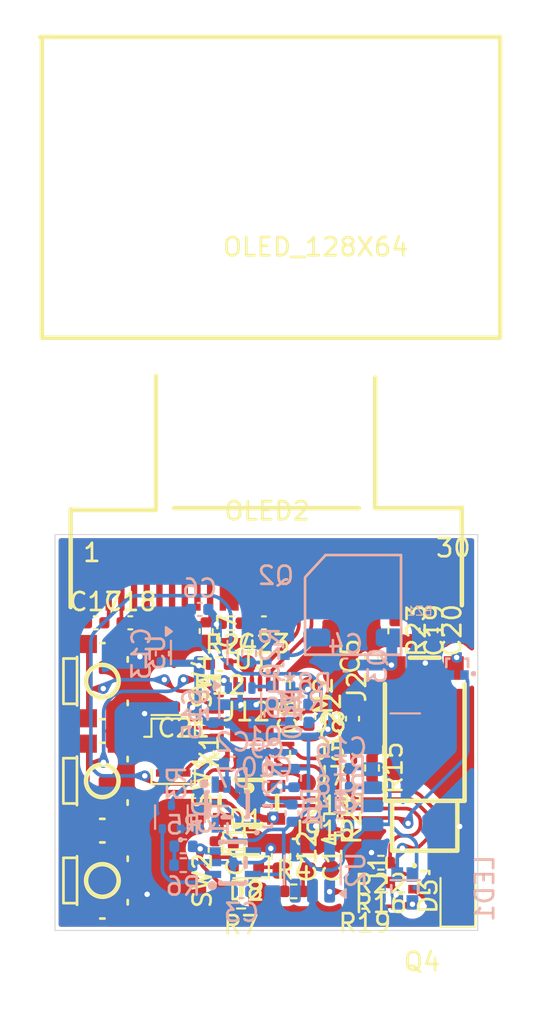
<source format=kicad_pcb>
(kicad_pcb (version 20241229) (generator "pcbnew") (generator_version "9.0")
  (layers (0 "F.Cu" signal) (2 "B.Cu" signal) (13 "F.Paste" user) (15 "B.Paste" user) (5 "F.SilkS" user "F.Silkscreen") (7 "B.SilkS" user "B.Silkscreen") (1 "F.Mask" user) (3 "B.Mask" user) (25 "Edge.Cuts" user))
  (net 0 "")
  (net 1 "VCC")
  (net 2 "GND")
  (net 3 "Net-(C10-Pad1)")
  (net 4 "Net-(C11-Pad1)")
  (net 5 "Net-(D1-K)")
  (net 6 "Net-(D8-K)")
  (net 7 "Net-(C14-Pad2)")
  (net 8 "Net-(D5-Pad2)")
  (net 9 "Net-(D5-Pad1)")
  (net 10 "Net-(Q1-G)")
  (net 11 "Net-(U1-AREF)")
  (net 12 "Net-(D7-+)")
  (net 13 "Net-(J2-Pad1)")
  (net 14 "Net-(Q1-D)")
  (net 15 "Net-(R5-Pad2)")
  (net 16 "Net-(D2-+)")
  (net 17 "Net-(D2--)")
  (net 18 "key_up")
  (net 19 "key_menu")
  (net 20 "key_down")
  (net 22 "count")
  (net 23 "flash")
  (net 24 "sound")
  (net 26 "vibro")
  (net 27 "Net-(U1-XTAL2{slash}PB7)")
  (net 28 "Net-(U1-XTAL1{slash}PB6)")
  (net 32 "mosi")
  (net 35 "miso")
  (net 36 "Net-(OLED2-C2N)")
  (net 37 "Net-(OLED2-C2P)")
  (net 38 "sda")
  (net 39 "scl")
  (net 40 "Net-(OLED2-C1P)")
  (net 41 "Net-(OLED2-C1N)")
  (net 42 "Net-(OLED2-VCOMH)")
  (net 43 "Net-(OLED2-VCC)")
  (net 44 "Net-(OLED2-IREF)")
  (net 46 "+3V0")
  (net 47 "Net-(OLED2-~{RES})")
  (net 48 "Net-(BZ1-+)")
  (net 49 "vbus")
  (net 50 "Net-(D3-A)")
  (net 51 "Net-(D3-K)")
  (net 52 "Net-(J3-CC2)")
  (net 53 "Net-(J3-CC1)")
  (net 54 "sck")
  (net 55 "reset")
  (net 56 "Net-(LED1---Pad4)")
  (net 57 "Net-(LED1---Pad3)")
  (net 58 "Net-(U2-PROG)")
  (net 59 "stat")
  (net 60 "Net-(M2--)")
  (net 61 "Net-(C2-Pad2)")
  (footprint "Resistor_SMD:R_0402_1005Metric" (layer "F.Cu") (at 114.15 62.05 180)
    (property "Reference" "R16")
    (property "Value" "82")
  )
  (footprint "easyeda2kicad:SOT-723-3_L1.2-W0.8-LS1.20-BR" (layer "F.Cu") (at 116.42 62.02 180)
    (property "Reference" "Q4")
    (property "Value" "RUM002N05T2L")
  )
  (footprint "Resistor_SMD:R_0402_1005Metric" (layer "F.Cu") (at 114.149061 60.959473 180)
    (property "Reference" "R22")
    (property "Value" "100k")
  )
  (footprint "lib:ConnMini" (layer "F.Cu") (at 106.77661 49.996834)
    (property "Reference" "J12")
    (property "Value" "reset")
  )
  (footprint "Resistor_SMD:R_0402_1005Metric" (layer "F.Cu") (at 114.939061 48.149473 -90)
    (property "Reference" "R23")
    (property "Value" "560k")
  )
  (footprint "lib:ConnMini" (layer "F.Cu") (at 110.18 51.2 90)
    (property "Reference" "J2")
    (property "Value" "SiPM(-)")
  )
  (footprint "lib:ConnMini" (layer "F.Cu") (at 111.459061 56.549473)
    (property "Reference" "J10")
    (property "Value" "miso")
  )
  (footprint "lib:ConnMini" (layer "F.Cu") (at 111.45 50.6)
    (property "Reference" "J8")
    (property "Value" "-BAT")
  )
  (footprint "Diode_SMD:D_SOD-523" (layer "F.Cu") (at 106.699061 61.209473 180)
    (property "Reference" "D8")
    (property "Value" "BAS516")
  )
  (footprint "easyeda2kicad:SW-SMD_KMS2XXGXXX" (layer "F.Cu") (at 99.129061 61.939473 -90)
    (property "Reference" "SW2")
    (property "Value" "KMS231GLFS")
  )
  (footprint "Capacitor_SMD:C_0402_1005Metric" (layer "F.Cu") (at 115.929061 48.139473 -90)
    (property "Reference" "C19")
    (property "Value" "4.7u")
  )
  (footprint "Capacitor_SMD:C_0402_1005Metric" (layer "F.Cu") (at 112.58 53.01 90)
    (property "Reference" "C22")
    (property "Value" "22u")
  )
  (footprint "easyeda2kicad:XFMR-SMD_ATB322515-0110-T000" (layer "F.Cu") (at 106.869061 57.629473 180)
    (property "Reference" "T2")
    (property "Value" "ATB322515-0110-T000")
  )
  (footprint "Resistor_SMD:R_0805_2012Metric" (layer "F.Cu") (at 106.429833 62.749473 180)
    (property "Reference" "R7")
    (property "Value" "5G")
  )
  (footprint "lib:ConnMini" (layer "F.Cu") (at 111.42 52.15)
    (property "Reference" "J5")
    (property "Value" "Conn")
  )
  (footprint "Diode_SMD:D_0805_2012Metric" (layer "F.Cu") (at 118.4 62.8 90)
    (property "Reference" "D3")
    (property "Value" "LED")
  )
  (footprint "Package_DFN_QFN:QFN-28-1EP_4x4mm_P0.45mm_EP2.4x2.4mm" (layer "F.Cu") (at 107.024061 53.059473)
    (property "Reference" "U1")
    (property "Value" "ATmega328P-MM")
  )
  (footprint "Resistor_SMD:R_0402_1005Metric" (layer "F.Cu") (at 111.379061 58.5 -90)
    (property "Reference" "R21")
    (property "Value" "100k")
  )
  (footprint "Crystal:Resonator_SMD_Murata_CSTxExxV-3Pin_3.0x1.1mm" (layer "F.Cu") (at 102.68 54.81 -90)
    (property "Reference" "X1")
    (property "Value" "CSTCE16M0V53-R0")
  )
  (footprint "lib:ConnMini" (layer "F.Cu") (at 111.364146 61.302166 90)
    (property "Reference" "J1")
    (property "Value" "SiPM(+)")
  )
  (footprint "easyeda2kicad:SW-SMD_KMS2XXGXXX" (layer "F.Cu") (at 99.124061 56.439473 -90)
    (property "Reference" "SW1")
    (property "Value" "KMS231GLFS")
  )
  (footprint "Capacitor_SMD:C_0402_1005Metric" (layer "F.Cu") (at 100.309061 47.719473)
    (property "Reference" "C18")
    (property "Value" "1u")
  )
  (footprint "lib:ConnMini" (layer "F.Cu") (at 111.459061 55.159473)
    (property "Reference" "J11")
    (property "Value" "sclk")
  )
  (footprint "Resistor_SMD:R_0402_1005Metric" (layer "F.Cu") (at 113.659061 55.729473 -90)
    (property "Reference" "R15")
    (property "Value" "51")
  )
  (footprint "Capacitor_SMD:C_0603_1608Metric" (layer "F.Cu") (at 110.069061 60.614473 -90)
    (property "Reference" "C14")
    (property "Value" "2.2u")
  )
  (footprint "easyeda2kicad:SW-SMD_KMS2XXGXXX" (layer "F.Cu") (at 99.129061 50.939473 -90)
    (property "Reference" "SW4")
    (property "Value" "KMS231GLFS")
  )
  (footprint "Resistor_SMD:R_0402_1005Metric" (layer "F.Cu") (at 109.339061 62.539473)
    (property "Reference" "R4")
    (property "Value" "4.7k")
  )
  (footprint "easyeda2kicad:VIBRATING-MOTOR-SMD_3P-C9900001680" (layer "F.Cu") (at 116.569061 51.744473 90)
    (property "Reference" "M2")
    (property "Value" "Z3OC1T8219731")
  )
  (footprint "Resistor_SMD:R_0402_1005Metric" (layer "F.Cu") (at 113.265435 63.119473 180)
    (property "Reference" "R19")
    (property "Value" "220")
  )
  (footprint "Resistor_SMD:R_0402_1005Metric" (layer "F.Cu") (at 105.88166 47.741768 180)
    (property "Reference" "R24")
    (property "Value" "51k")
  )
  (footprint "Capacitor_SMD:C_0603_1608Metric" (layer "F.Cu") (at 108.639061 60.614473 -90)
    (property "Reference" "C12")
    (property "Value" "2.2u")
  )
  (footprint "Resistor_SMD:R_0402_1005Metric" (layer "F.Cu") (at 105.227301 49.996054 180)
    (property "Reference" "R12")
    (property "Value" "10k")
  )
  (footprint "Capacitor_SMD:C_0402_1005Metric" (layer "F.Cu") (at 110.17 52.92 90)
    (property "Reference" "C8")
    (property "Value" "100n")
  )
  (footprint "Capacitor_SMD:C_0402_1005Metric" (layer "F.Cu") (at 104.999061 60.259473 -90)
    (property "Reference" "C11")
    (property "Value" "680n")
  )
  (footprint "Capacitor_SMD:C_0402_1005Metric" (layer "F.Cu") (at 107.688134 47.72542 180)
    (property "Reference" "C23")
    (property "Value" "10n")
  )
  (footprint "lib:ConnMini" (layer "F.Cu") (at 110.059061 56.549473)
    (property "Reference" "J9")
    (property "Value" "mosi")
  )
  (footprint "Capacitor_SMD:C_0402_1005Metric" (layer "F.Cu") (at 116.919061 48.139473 -90)
    (property "Reference" "C20")
    (property "Value" "2.2u")
  )
  (footprint "Capacitor_SMD:C_0402_1005Metric" (layer "F.Cu") (at 104.500238 48.174995 -90)
    (property "Reference" "C7")
    (property "Value" "22u")
  )
  (footprint "Capacitor_SMD:C_0402_1005Metric" (layer "F.Cu") (at 113.63 49.57 90)
    (property "Reference" "C5")
    (property "Value" "22u")
  )
  (footprint "Capacitor_SMD:C_0402_1005Metric" (layer "F.Cu") (at 103.26 52.37 180)
    (property "Reference" "C21")
    (property "Value" "22u")
  )
  (footprint "Capacitor_SMD:C_0402_1005Metric" (layer "F.Cu") (at 98.399061 47.719473)
    (property "Reference" "C17")
    (property "Value" "1u")
  )
  (footprint "Diode_SMD:D_SOD-523" (layer "F.Cu") (at 106.699061 59.879473)
    (property "Reference" "D1")
    (property "Value" "BAS516")
  )
  (footprint "easyeda2kicad:OLED_0.96-30P-P0.70-12864" (layer "F.Cu") (at 107.869061 45.549473)
    (property "Reference" "OLED2")
    (property "Value" "N096-2864KSWEG01-H30")
  )
  (footprint "lib:ConnMini" (layer "F.Cu") (at 111.42 53.54)
    (property "Reference" "J7")
    (property "Value" "+BAT")
  )
  (footprint "Capacitor_SMD:C_0402_1005Metric" (layer "B.Cu") (at 107.856307 56.857939 180)
    (property "Reference" "C10")
    (property "Value" "22u")
  )
  (footprint "Resistor_SMD:R_0402_1005Metric" (layer "B.Cu") (at 104.049061 56.579473 -90)
    (property "Reference" "R3")
    (property "Value" "30M")
  )
  (footprint "Capacitor_SMD:C_0402_1005Metric" (layer "B.Cu") (at 104.14 46.98 180)
    (property "Reference" "C6")
    (property "Value" "22u")
  )
  (footprint "Resistor_SMD:R_0402_1005Metric" (layer "B.Cu") (at 111.899061 58.889473 180)
    (property "Reference" "R14")
    (property "Value" "10k")
  )
  (footprint "Resistor_SMD:R_0402_1005Metric" (layer "B.Cu") (at 103.234961 61.092988)
    (property "Reference" "R6")
    (property "Value" "10M")
  )
  (footprint "Capacitor_SMD:C_0402_1005Metric" (layer "B.Cu") (at 105.97 55.47 180)
    (property "Reference" "C2")
    (property "Value" "5p")
  )
  (footprint "Capacitor_SMD:C_0402_1005Metric" (layer "B.Cu") (at 106.453406 62.549473)
    (property "Reference" "C3")
    (property "Value" "22u")
  )
  (footprint "Capacitor_SMD:C_0402_1005Metric" (layer "B.Cu") (at 102.08 49.42 -90)
    (property "Reference" "C13")
    (property "Value" "22u")
  )
  (footprint "Resistor_SMD:R_0402_1005Metric" (layer "B.Cu") (at 111.919061 56.809473 180)
    (property "Reference" "R17")
    (property "Value" "5.1k")
  )
  (footprint "Resistor_SMD:R_0402_1005Metric" (layer "B.Cu") (at 108.096575 52.749473 90)
    (property "Reference" "R10")
    (property "Value" "100k")
  )
  (footprint "Resistor_SMD:R_0402_1005Metric" (layer "B.Cu") (at 109.64 53.22 180)
    (property "Reference" "R11")
    (property "Value" "30M")
  )
  (footprint "Package_TO_SOT_SMD:SOT-523" (layer "B.Cu") (at 102.579123 58.44154 90)
    (property "Reference" "D5")
    (property "Value" "BAV170")
  )
  (footprint "Capacitor_SMD:C_0402_1005Metric" (layer "B.Cu") (at 111.94 55.76 180)
    (property "Reference" "C16")
    (property "Value" "22u")
  )
  (footprint "Resistor_SMD:R_0402_1005Metric" (layer "B.Cu") (at 108.646575 51.239473)
    (property "Reference" "R9")
    (property "Value" "10k")
  )
  (footprint "Resistor_SMD:R_0402_1005Metric" (layer "B.Cu") (at 111.939061 57.859473 180)
    (property "Reference" "R18")
    (property "Value" "5.1k")
  )
  (footprint "Package_TO_SOT_SMD:SOT-353_SC-70-5" (layer "B.Cu") (at 106.376575 52.269473 -90)
    (property "Reference" "D2")
    (property "Value" "MAX9119EXK")
  )
  (footprint "Package_TO_SOT_SMD:SOT-23" (layer "B.Cu") (at 104.115076 49.357882 -90)
    (property "Reference" "U3")
    (property "Value" "MCP1700x-300xxTT")
  )
  (footprint "easyeda2kicad:SC-70-5_L2.1-W1.3-P0.65-LS2.2-BR" (layer "B.Cu") (at 105.979061 60.954473 180)
    (property "Reference" "D7")
    (property "Value" "MAX9117")
  )
  (footprint "Resistor_SMD:R_0402_1005Metric" (layer "B.Cu") (at 106.87 49.4 90)
    (property "Reference" "R20")
    (property "Value" "100k")
  )
  (footprint "lib:Buzzer55x55" (layer "B.Cu") (at 112.61 46.73 90)
    (property "Reference" "BZ1")
    (property "Value" "Buzzer")
  )
  (footprint "Capacitor_SMD:C_0402_1005Metric" (layer "B.Cu") (at 109.24 58.22 90)
    (property "Reference" "C1")
    (property "Value" "22u")
  )
  (footprint "Capacitor_SMD:C_0402_1005Metric" (layer "B.Cu") (at 107.863225 55.827247 180)
    (property "Reference" "C9")
    (property "Value" "22u")
  )
  (footprint "Resistor_SMD:R_0402_1005Metric" (layer "B.Cu") (at 109.62 52.22 180)
    (property "Reference" "R8*1")
    (property "Value" "10k")
  )
  (footprint "Capacitor_SMD:C_0402_1005Metric" (layer "B.Cu") (at 104.87858 52.760548 -90)
    (property "Reference" "C15")
    (property "Value" "22u")
  )
  (footprint "easyeda2kicad:SC-70-5_L2.1-W1.3-P0.65-LS2.2-BR" (layer "B.Cu") (at 105.649061 57.749473 90)
    (property "Reference" "D6")
    (property "Value" "NC7S14P5X")
  )
  (footprint "easyeda2kicad:LED-ARRAY-SMD_0603-4P-L1.6-W1.5-BR-RD" (layer "B.Cu") (at 115.469061 62.379473 90)
    (property "Reference" "LED1")
    (property "Value" "LTST-C195KGJRKT")
  )
  (footprint "Resistor_SMD:R_0402_1005Metric" (layer "B.Cu") (at 109.356408 56.283929 -90)
    (property "Reference" "R2")
    (property "Value" "20")
  )
  (footprint "Package_TO_SOT_SMD:SOT-23-5" (layer "B.Cu") (at 110.368197 61.361933 90)
    (property "Reference" "U2")
    (property "Value" "MCP73831")
  )
  (footprint "Resistor_SMD:R_0402_1005Metric" (layer "B.Cu") (at 103.246915 60.053054 180)
    (property "Reference" "R5")
    (property "Value" "300k")
  )
  (footprint "easyeda2kicad:SOT-723-3_L1.2-W0.8-LS1.20-BR" (layer "B.Cu") (at 108.35 49.51 180)
    (property "Reference" "Q2")
    (property "Value" "RUM002N05T2L")
  )
  (footprint "easyeda2kicad:SOT-723-3_L1.2-W0.8-LS1.20-BR" (layer "B.Cu") (at 118.36 50.099473 -90)
    (property "Reference" "Q3")
    (property "Value" "RUM002N05T2L")
  )
  (footprint "Capacitor_SMD:C_0402_1005Metric" (layer "B.Cu") (at 112.19 50.05 180)
    (property "Reference" "C4")
    (property "Value" "22u")
  )
  (footprint "Resistor_SMD:R_0402_1005Metric" (layer "B.Cu") (at 104.049061 58.569473 90)
    (property "Reference" "R1")
    (property "Value" "51k")
  )
  (footprint "Connector_USB:USB_C_Receptacle_GCT_USB4135-GF-A_6P_TopMnt_Horizontal" (layer "B.Cu") (at 116.719061 57.319473 -90)
    (property "Reference" "J3")
    (property "Value" "USB_C_Receptacle_PowerOnly_6P")
  )
  (footprint "easyeda2kicad:SOT-723-3_L1.2-W0.8-LS1.20-BR" (layer "B.Cu") (at 107.719061 58.396106 180)
    (property "Reference" "Q1")
    (property "Value" "RUM002N05T2L")
  )
  (gr_line (start 96.149061 42.849567) (end 119.499061 42.849567) (stroke (width 0.05)) (layer "Edge.Cuts"))
  (gr_line (start 119.499061 64.696265) (end 96.169061 64.696265) (stroke (width 0.05)) (layer "Edge.Cuts"))
  (gr_line (start 119.496582 42.849473) (end 119.496582 64.719473) (stroke (width 0.05)) (layer "Edge.Cuts"))
  (gr_line (start 96.153235 64.719473) (end 96.153235 42.849567) (stroke (width 0.05)) (layer "Edge.Cuts"))
  (segment (start 109.747341 54.047341) (end 109.782132 54.082132) (width 0.2) (layer "F.Cu") (net 1))
  (segment (start 104.13897 52.609473) (end 104.012126 52.482629) (width 0.2) (layer "F.Cu") (net 1))
  (segment (start 114.369061 51.063001) (end 114.369061 54.095259) (width 0.2) (layer "F.Cu") (net 1))
  (segment (start 114.538534 50.06) (end 114.729061 49.869473) (width 0.2) (layer "F.Cu") (net 1))
  (segment (start 104.242918 49.931444) (end 104.093169 50.081193) (width 0.2) (layer "F.Cu") (net 1))
  (segment (start 105.074061 52.609473) (end 104.13897 52.609473) (width 0.2) (layer "F.Cu") (net 1))
  (segment (start 112.58 53.49) (end 111.47 53.49) (width 0.2) (layer "F.Cu") (net 1))
  (segment (start 113.605733 50.05) (end 114.654267 50.05) (width 0.5) (layer "F.Cu") (net 1))
  (segment (start 108.974061 53.959473) (end 109.535209 53.959473) (width 0.2) (layer "F.Cu") (net 1))
  (segment (start 114.076168 54.802366) (end 113.659061 55.219473) (width 0.2) (layer "F.Cu") (net 1))
  (segment (start 111.47 53.49) (end 111.42 53.54) (width 0.2) (layer "F.Cu") (net 1))
  (segment (start 104.870578 49.931444) (end 104.242918 49.931444) (width 0.2) (layer "F.Cu") (net 1))
  (segment (start 110.874315 53.935685) (end 111.22 53.59) (width 0.2) (layer "F.Cu") (net 1))
  (segment (start 109.994264 54.17) (end 110.308629 54.17) (width 0.2) (layer "F.Cu") (net 1))
  (segment (start 114.969061 50.214473) (end 114.544797 50.638737) (width 0.2) (layer "F.Cu") (net 1))
  (via (at 114.729061 50.05) (size 0.6) (drill 0.3) (layers "F.Cu" "B.Cu") (net 1))
  (via (at 111.22 53.59) (size 0.6) (drill 0.3) (layers "F.Cu" "B.Cu") (net 1))
  (via (at 103.744802 52.393231) (size 0.6) (drill 0.3) (layers "F.Cu" "B.Cu") (net 1))
  (via (at 104.093169 50.081193) (size 0.6) (drill 0.3) (layers "F.Cu" "B.Cu") (net 1))
  (arc (start 109.747341 54.047341) (mid 109.650014 53.982309) (end 109.535209 53.959473) (width 0.2) (layer "F.Cu") (net 1))
  (arc (start 114.076168 54.802366) (mid 114.292941 54.477943) (end 114.369061 54.095259) (width 0.2) (layer "F.Cu") (net 1))
  (arc (start 109.782132 54.082132) (mid 109.879459 54.147164) (end 109.994264 54.17) (width 0.2) (layer "F.Cu") (net 1))
  (arc (start 110.308629 54.17) (mid 110.614776 54.109103) (end 110.874315 53.935685) (width 0.2) (layer "F.Cu") (net 1))
  (arc (start 114.544797 50.638737) (mid 114.414733 50.833391) (end 114.369061 51.063001) (width 0.2) (layer "F.Cu") (net 1))
  (segment (start 108.782757 59.194905) (end 108.782757 61.60105) (width 0.2) (layer "B.Cu") (net 1))
  (segment (start 111.038528 53.59) (end 111.22 53.59) (width 0.2) (layer "B.Cu") (net 1))
  (segment (start 108.855772 59.12189) (end 108.782757 59.194905) (width 0.2) (layer "B.Cu") (net 1))
  (segment (start 111.22 53.59) (end 111.34 53.47) (width 0.2) (layer "B.Cu") (net 1))
  (segment (start 112.67 50.12) (end 112.67 50.05) (width 0.2) (layer "B.Cu") (net 1))
  (segment (start 102.089661 49.95) (end 103.865098 49.95) (width 0.4) (layer "B.Cu") (net 1))
  (segment (start 108.792723 61.604473) (end 109.055776 61.867526) (width 0.2) (layer "B.Cu") (net 1))
  (segment (start 111.632893 51.157107) (end 112.67 50.12) (width 0.2) (layer "B.Cu") (net 1))
  (segment (start 109.292821 58.684841) (end 109.455784 58.684841) (width 0.2) (layer "B.Cu") (net 1))
  (segment (start 110.15 55.78) (end 110.15 53.88) (width 0.2) (layer "B.Cu") (net 1))
  (segment (start 114.749267 50.05) (end 112.610733 50.05) (width 0.6) (layer "B.Cu") (net 1))
  (segment (start 104.999061 58.849473) (end 105.694708 59.54512) (width 0.2) (layer "B.Cu") (net 1))
  (segment (start 108.396543 55.773929) (end 108.343225 55.827247) (width 0.2) (layer "B.Cu") (net 1))
  (segment (start 111.22 53.59) (end 111.122893 53.687107) (width 0.4) (layer "B.Cu") (net 1))
  (segment (start 108.779334 61.604473) (end 108.792723 61.604473) (width 0.2) (layer "B.Cu") (net 1))
  (segment (start 114.729061 48.649061) (end 114.61 48.53) (width 0.2) (layer "B.Cu") (net 1))
  (segment (start 106.933406 62.549473) (end 106.933406 61.750128) (width 0.2) (layer "B.Cu") (net 1))
  (segment (start 110.15 57.576411) (end 110.15 55.78) (width 0.2) (layer "B.Cu") (net 1))
  (segment (start 109.055776 61.867526) (end 109.406612 62.218362) (width 0.2) (layer "B.Cu") (net 1))
  (segment (start 106.194209 53.687107) (end 105.726575 53.219473) (width 0.4) (layer "B.Cu") (net 1))
  (segment (start 108.779334 61.604473) (end 107.079061 61.604473) (width 0.2) (layer "B.Cu") (net 1))
  (segment (start 109.356408 55.773929) (end 108.396543 55.773929) (width 0.2) (layer "B.Cu") (net 1))
  (segment (start 104.225736 52.995736) (end 104.273737 53.043737) (width 0.4) (layer "B.Cu") (net 1))
  (segment (start 104.716409 53.308939) (end 104.786907 53.308939) (width 0.2) (layer "B.Cu") (net 1))
  (segment (start 104.698001 53.219473) (end 105.726575 53.219473) (width 0.4) (layer "B.Cu") (net 1))
  (segment (start 109.455784 58.684841) (end 109.857107 58.283518) (width 0.2) (layer "B.Cu") (net 1))
  (segment (start 109.406612 62.218362) (end 109.406612 62.494301) (width 0.2) (layer "B.Cu") (net 1))
  (segment (start 103.744802 52.466274) (end 103.744802 52.393231) (width 0.2) (layer "B.Cu") (net 1))
  (segment (start 108.343225 55.827247) (end 108.343225 55.787244) (width 0.2) (layer "B.Cu") (net 1))
  (segment (start 111.34 53.47) (end 111.34 51.864214) (width 0.2) (layer "B.Cu") (net 1))
  (segment (start 114.75 50.020206) (end 114.75 48.799794) (width 0.6) (layer "B.Cu") (net 1))
  (segment (start 109.356408 55.773929) (end 110.143929 55.773929) (width 0.2) (layer "B.Cu") (net 1))
  (segment (start 106.933406 61.750128) (end 107.079061 61.604473) (width 0.2) (layer "B.Cu") (net 1))
  (segment (start 105.775454 53.219473) (end 105.726575 53.219473) (width 0.2) (layer "B.Cu") (net 1))
  (segment (start 110.415786 53.98) (end 106.901316 53.98) (width 0.4) (layer "B.Cu") (net 1))
  (segment (start 110.143929 55.773929) (end 110.15 55.78) (width 0.2) (layer "B.Cu") (net 1))
  (segment (start 108.855772 59.12189) (end 109.292821 58.684841) (width 0.2) (layer "B.Cu") (net 1))
  (segment (start 107.487024 59.54512) (end 107.734518 59.297626) (width 0.2) (layer "B.Cu") (net 1))
  (segment (start 105.637109 53.308939) (end 105.726575 53.219473) (width 0.2) (layer "B.Cu") (net 1))
  (segment (start 108.158782 59.12189) (end 108.855772 59.12189) (width 0.2) (layer "B.Cu") (net 1))
  (segment (start 108.782757 61.60105) (end 108.779334 61.604473) (width 0.2) (layer "B.Cu") (net 1))
  (segment (start 104.793229 53.22) (end 105.726771 53.22) (width 0.2) (layer "B.Cu") (net 1))
  (segment (start 106.118972 59.720856) (end 107.06276 59.720856) (width 0.2) (layer "B.Cu") (net 1))
  (segment (start 104.05 50.298152) (end 104.05 52.571472) (width 0.4) (layer "B.Cu") (net 1))
  (arc (start 107.734518 59.297626) (mid 107.929172 59.167562) (end 108.158782 59.12189) (width 0.2) (layer "B.Cu") (net 1))
  (arc (start 106.194209 53.687107) (mid 106.518632 53.90388) (end 106.901316 53.98) (width 0.4) (layer "B.Cu") (net 1))
  (arc (start 110.415786 53.98) (mid 110.798469 53.90388) (end 111.122893 53.687107) (width 0.4) (layer "B.Cu") (net 1))
  (arc (start 111.34 51.864214) (mid 111.41612 51.481531) (end 111.632893 51.157107) (width 0.2) (layer "B.Cu") (net 1))
  (arc (start 107.06276 59.720856) (mid 107.29237 59.675184) (end 107.487024 59.54512) (width 0.2) (layer "B.Cu") (net 1))
  (arc (start 110.15 57.576411) (mid 110.07388 57.959094) (end 109.857107 58.283518) (width 0.2) (layer "B.Cu") (net 1))
  (arc (start 106.118972 59.720856) (mid 105.889362 59.675184) (end 105.694708 59.54512) (width 0.2) (layer "B.Cu") (net 1))
  (arc (start 104.05 52.571472) (mid 104.095672 52.801082) (end 104.225736 52.995736) (width 0.4) (layer "B.Cu") (net 1))
  (arc (start 104.698001 53.219473) (mid 104.468391 53.173801) (end 104.273737 53.043737) (width 0.4) (layer "B.Cu") (net 1))
  (segment (start 104.709882 57.632666) (end 103.456522 57.632666) (width 0.4) (layer "F.Cu") (net 2))
  (segment (start 105.520432 57.632666) (end 104.709882 57.632666) (width 0.4) (layer "F.Cu") (net 2))
  (segment (start 110.109061 52.509473) (end 110.189061 52.509473) (width 0.2) (layer "F.Cu") (net 2))
  (segment (start 103.456522 57.632666) (end 102.521548 57.632666) (width 0.4) (layer "F.Cu") (net 2))
  (segment (start 101.1 52.73) (end 101.28 52.91) (width 0.2) (layer "F.Cu") (net 2))
  (segment (start 104.019061 45.549473) (end 104.019061 43.549473) (width 0.2) (layer "F.Cu") (net 2))
  (segment (start 101.429473 53.059473) (end 101.1 52.73) (width 0.2) (layer "F.Cu") (net 2))
  (segment (start 116.344797 62.675209) (end 116.799061 63.129473) (width 0.3) (layer "F.Cu") (net 2))
  (segment (start 106.48069 58.592924) (end 106.48069 58.712574) (width 0.2) (layer "F.Cu") (net 2))
  (segment (start 109.627685 52.942315) (end 110.13 52.44) (width 0.2) (layer "F.Cu") (net 2))
  (segment (start 105.074061 53.059473) (end 101.429473 53.059473) (width 0.2) (layer "F.Cu") (net 2))
  (segment (start 115.919061 62.499473) (end 115.920533 62.499473) (width 0.2) (layer "F.Cu") (net 2))
  (segment (start 110.13 52.44) (end 110.17 52.44) (width 0.2) (layer "F.Cu") (net 2))
  (segment (start 101.28 52.91) (end 102.96 52.91) (width 0.2) (layer "F.Cu") (net 2))
  (segment (start 105.074061 53.059473) (end 107.024061 53.059473) (width 0.2) (layer "F.Cu") (net 2))
  (segment (start 106.007652 57.871358) (end 106.304954 58.16866) (width 0.2) (layer "F.Cu") (net 2))
  (segment (start 108.974061 53.059473) (end 109.344842 53.059473) (width 0.2) (layer "F.Cu") (net 2))
  (segment (start 106.656426 59.136838) (end 107.399061 59.879473) (width 0.2) (layer "F.Cu") (net 2))
  (segment (start 108.974061 53.059473) (end 107.024061 53.059473) (width 0.2) (layer "F.Cu") (net 2))
  (segment (start 106.007652 57.871358) (end 105.944696 57.808402) (width 0.2) (layer "F.Cu") (net 2))
  (segment (start 102.619061 45.549473) (end 102.619061 43.469473) (width 0.2) (layer "F.Cu") (net 2))
  (segment (start 101.814441 57.925559) (end 101.57 58.17) (width 0.4) (layer "F.Cu") (net 2))
  (via (at 116.6 49.94) (size 0.6) (drill 0.3) (layers "F.Cu" "B.Cu") (net 2))
  (via (at 101.24 62.7) (size 0.6) (drill 0.3) (layers "F.Cu" "B.Cu") (net 2))
  (via (at 100.84 49.59) (size 0.6) (drill 0.3) (layers "F.Cu" "B.Cu") (net 2))
  (via (at 118.5 58.96) (size 0.6) (drill 0.3) (layers "F.Cu" "B.Cu") (net 2))
  (via (at 107.26 52.239473) (size 0.6) (drill 0.3) (layers "F.Cu" "B.Cu") (net 2))
  (via (at 113.629061 60.399473) (size 0.6) (drill 0.3) (layers "F.Cu" "B.Cu") (net 2))
  (via (at 106.419061 52.239473) (size 0.6) (drill 0.3) (layers "F.Cu" "B.Cu") (net 2))
  (via (at 101.1 52.73) (size 0.6) (drill 0.3) (layers "F.Cu" "B.Cu") (net 2))
  (via (at 108.07 60.17) (size 0.6) (drill 0.3) (layers "F.Cu" "B.Cu") (net 2))
  (via (at 110.55 58.94) (size 0.6) (drill 0.3) (layers "F.Cu" "B.Cu") (net 2))
  (arc (start 109.627685 52.942315) (mid 109.497916 53.029024) (end 109.344842 53.059473) (width 0.2) (layer "F.Cu") (net 2))
  (arc (start 116.344797 62.675209) (mid 116.150143 62.545145) (end 115.920533 62.499473) (width 0.3) (layer "F.Cu") (net 2))
  (arc (start 105.520432 57.632666) (mid 105.750042 57.678338) (end 105.944696 57.808402) (width 0.2) (layer "F.Cu") (net 2))
  (arc (start 106.48069 58.592924) (mid 106.435018 58.363314) (end 106.304954 58.16866) (width 0.2) (layer "F.Cu") (net 2))
  (arc (start 102.521548 57.632666) (mid 102.138865 57.708786) (end 101.814441 57.925559) (width 0.4) (layer "F.Cu") (net 2))
  (arc (start 106.48069 58.712574) (mid 106.526362 58.942184) (end 106.656426 59.136838) (width 0.2) (layer "F.Cu") (net 2))
  (segment (start 106.419061 52.239473) (end 106.789061 52.239473) (width 0.6) (layer "B.Cu") (net 2))
  (segment (start 107.376307 56.857939) (end 107.376307 56.992826) (width 0.2) (layer "B.Cu") (net 2))
  (segment (start 106.389061 52.239473) (end 105.309061 52.239473) (width 0.6) (layer "B.Cu") (net 2))
  (segment (start 108.096575 52.239473) (end 109.155143 52.239473) (width 0.6) (layer "B.Cu") (net 2))
  (segment (start 105.973406 60.96799) (end 105.986923 60.954473) (width 0.2) (layer "B.Cu") (net 2))
  (segment (start 106.376575 51.319473) (end 106.376575 52.226987) (width 0.3) (layer "B.Cu") (net 2))
  (segment (start 106.153807 54.913807) (end 106.528864 55.288864) (width 0.2) (layer "B.Cu") (net 2))
  (segment (start 106.376575 52.226987) (end 106.389061 52.239473) (width 0.2) (layer "B.Cu") (net 2))
  (segment (start 104.879061 60.954473) (end 103.883476 60.954473) (width 0.2) (layer "B.Cu") (net 2))
  (segment (start 103.883476 60.954473) (end 103.744961 61.092988) (width 0.2) (layer "B.Cu") (net 2))
  (segment (start 108.094718 60.197705) (end 108.094718 60.090326) (width 0.2) (layer "B.Cu") (net 2))
  (segment (start 104.879061 60.954473) (end 105.639948 60.954473) (width 0.2) (layer "B.Cu") (net 2))
  (segment (start 107.376307 56.992826) (end 107.792402 57.408921) (width 0.2) (layer "B.Cu") (net 2))
  (segment (start 104.840229 49.863677) (end 104.840229 52.212277) (width 0.2) (layer "B.Cu") (net 2))
  (segment (start 104.6 54.620914) (end 105.4467 54.620914) (width 0.2) (layer "B.Cu") (net 2))
  (segment (start 105.427645 52.239473) (end 104.872354 52.239473) (width 0.6) (layer "B.Cu") (net 2))
  (segment (start 103.821198 48.596118) (end 104.664493 49.439413) (width 0.2) (layer "B.Cu") (net 2))
  (segment (start 104.840229 52.212277) (end 104.703567 52.348939) (width 0.2) (layer "B.Cu") (net 2))
  (segment (start 105.986923 60.954473) (end 107.337951 60.954473) (width 0.2) (layer "B.Cu") (net 2))
  (segment (start 105.973406 62.549473) (end 105.973406 60.96799) (width 0.2) (layer "B.Cu") (net 2))
  (segment (start 106.528864 55.288864) (end 106.528864 55.419473) (width 0.2) (layer "B.Cu") (net 2))
  (segment (start 107.26 52.239473) (end 108.096575 52.239473) (width 0.6) (layer "B.Cu") (net 2))
  (segment (start 105.639948 60.954473) (end 105.986923 60.954473) (width 0.2) (layer "B.Cu") (net 2))
  (segment (start 103.165076 48.420382) (end 103.396934 48.420382) (width 0.2) (layer "B.Cu") (net 2))
  (segment (start 107.762215 60.778736) (end 107.918982 60.621969) (width 0.2) (layer "B.Cu") (net 2))
  (segment (start 108.216666 57.584657) (end 109.080379 57.584657) (width 0.2) (layer "B.Cu") (net 2))
  (segment (start 106.789061 52.239473) (end 107.26 52.239473) (width 0.6) (layer "B.Cu") (net 2))
  (segment (start 106.389061 52.239473) (end 106.419061 52.239473) (width 0.2) (layer "B.Cu") (net 2))
  (arc (start 107.762215 60.778736) (mid 107.567561 60.9088) (end 107.337951 60.954473) (width 0.2) (layer "B.Cu") (net 2))
  (arc (start 104.664493 49.439413) (mid 104.794557 49.634067) (end 104.840229 49.863677) (width 0.2) (layer "B.Cu") (net 2))
  (arc (start 105.4467 54.620914) (mid 105.829383 54.697034) (end 106.153807 54.913807) (width 0.2) (layer "B.Cu") (net 2))
  (arc (start 108.216666 57.584657) (mid 107.987056 57.538985) (end 107.792402 57.408921) (width 0.2) (layer "B.Cu") (net 2))
  (arc (start 107.918982 60.621969) (mid 108.049046 60.427315) (end 108.094718 60.197705) (width 0.2) (layer "B.Cu") (net 2))
  (arc (start 103.396934 48.420382) (mid 103.626544 48.466054) (end 103.821198 48.596118) (width 0.2) (layer "B.Cu") (net 2))
  (via (at 108.56 56.74) (size 0.6) (drill 0.3) (layers "F.Cu" "B.Cu") (net 3))
  (segment (start 108.411805 56.793929) (end 108.327594 56.709718) (width 0.2) (layer "B.Cu") (net 3))
  (segment (start 109.356408 56.793929) (end 108.411805 56.793929) (width 0.2) (layer "B.Cu") (net 3))
  (segment (start 108.37624 56.818006) (end 108.336307 56.857939) (width 0.2) (layer "B.Cu") (net 3))
  (segment (start 108.336307 56.857939) (end 108.425681 56.857939) (width 0.2) (layer "B.Cu") (net 3))
  (segment (start 108.289061 56.999473) (end 108.279061 56.989473) (width 0.2) (layer "B.Cu") (net 3))
  (segment (start 105.369061 58.539473) (end 105.369061 58.995259) (width 0.2) (layer "F.Cu") (net 4))
  (segment (start 105.076168 59.702366) (end 104.999061 59.779473) (width 0.2) (layer "F.Cu") (net 4))
  (arc (start 105.369061 58.995259) (mid 105.292941 59.377942) (end 105.076168 59.702366) (width 0.2) (layer "F.Cu") (net 4))
  (segment (start 104.919061 60.659473) (end 105.989061 60.659473) (width 0.2) (layer "F.Cu") (net 5))
  (segment (start 105.989061 60.659473) (end 105.999061 60.649473) (width 0.2) (layer "F.Cu") (net 5))
  (segment (start 105.999061 60.649473) (end 105.999061 61.209473) (width 0.2) (layer "F.Cu") (net 5))
  (segment (start 105.999061 59.879473) (end 105.999061 60.649473) (width 0.2) (layer "F.Cu") (net 5))
  (segment (start 108.829061 61.579473) (end 108.639061 61.389473) (width 0.2) (layer "F.Cu") (net 6))
  (segment (start 108.829061 62.539473) (end 107.552333 62.539473) (width 0.2) (layer "F.Cu") (net 6))
  (segment (start 108.459061 61.209473) (end 108.639061 61.389473) (width 0.2) (layer "F.Cu") (net 6))
  (segment (start 108.829061 62.539473) (end 108.829061 61.579473) (width 0.2) (layer "F.Cu") (net 6))
  (segment (start 107.399061 61.209473) (end 108.459061 61.209473) (width 0.2) (layer "F.Cu") (net 6))
  (segment (start 107.552333 62.539473) (end 107.342333 62.749473) (width 0.2) (layer "F.Cu") (net 6))
  (segment (start 109.849061 61.609473) (end 110.069061 61.389473) (width 0.2) (layer "F.Cu") (net 7))
  (segment (start 109.849061 62.539473) (end 109.849061 61.609473) (width 0.2) (layer "F.Cu") (net 7))
  (segment (start 111.364146 61.302166) (end 110.156368 61.302166) (width 0.2) (layer "F.Cu") (net 7))
  (segment (start 110.156368 61.302166) (end 110.069061 61.389473) (width 0.2) (layer "F.Cu") (net 7))
  (segment (start 104.620404 61.86313) (end 104.879061 61.604473) (width 0.2) (layer "B.Cu") (net 8))
  (segment (start 102.254859 61.718305) (end 102.399684 61.86313) (width 0.2) (layer "B.Cu") (net 8))
  (segment (start 102.079123 59.08654) (end 102.079123 61.294041) (width 0.2) (layer "B.Cu") (net 8))
  (segment (start 102.823948 62.038866) (end 104.19614 62.038866) (width 0.2) (layer "B.Cu") (net 8))
  (arc (start 104.19614 62.038866) (mid 104.42575 61.993194) (end 104.620404 61.86313) (width 0.2) (layer "B.Cu") (net 8))
  (arc (start 102.399684 61.86313) (mid 102.594338 61.993194) (end 102.823948 62.038866) (width 0.2) (layer "B.Cu") (net 8))
  (arc (start 102.254859 61.718305) (mid 102.124795 61.523651) (end 102.079123 61.294041) (width 0.2) (layer "B.Cu") (net 8))
  (segment (start 104.041994 59.08654) (end 104.049061 59.079473) (width 0.2) (layer "B.Cu") (net 9))
  (segment (start 103.079123 59.08654) (end 104.041994 59.08654) (width 0.2) (layer "B.Cu") (net 9))
  (segment (start 106.299061 58.579473) (end 106.299061 58.849473) (width 0.2) (layer "B.Cu") (net 10))
  (segment (start 105.621954 57.902366) (end 106.299061 58.579473) (width 0.2) (layer "B.Cu") (net 10))
  (segment (start 106.352428 58.796106) (end 106.299061 58.849473) (width 0.2) (layer "B.Cu") (net 10))
  (segment (start 104.049061 57.609473) (end 104.049061 58.059473) (width 0.2) (layer "B.Cu") (net 10))
  (segment (start 107.219061 58.796106) (end 106.352428 58.796106) (width 0.2) (layer "B.Cu") (net 10))
  (segment (start 104.049061 57.609473) (end 104.914847 57.609473) (width 0.2) (layer "B.Cu") (net 10))
  (segment (start 104.049061 57.089473) (end 104.049061 57.609473) (width 0.2) (layer "B.Cu") (net 10))
  (arc (start 105.621954 57.902366) (mid 105.297531 57.685593) (end 104.914847 57.609473) (width 0.2) (layer "B.Cu") (net 10))
  (segment (start 110.117575 53.509473) (end 110.189061 53.580959) (width 0.2) (layer "F.Cu") (net 11))
  (segment (start 108.974061 53.509473) (end 110.117575 53.509473) (width 0.2) (layer "F.Cu") (net 11))
  (segment (start 105.901913 62.749473) (end 105.904292 62.749473) (width 0.2) (layer "F.Cu") (net 12))
  (segment (start 104.346101 61.193661) (end 105.901913 62.749473) (width 0.2) (layer "F.Cu") (net 12))
  (segment (start 104.170365 60.191157) (end 104.170365 60.769397) (width 0.2) (layer "F.Cu") (net 12))
  (via (at 104.170365 60.191157) (size 0.6) (drill 0.3) (layers "F.Cu" "B.Cu") (net 12))
  (arc (start 104.346101 61.193661) (mid 104.216037 60.999007) (end 104.170365 60.769397) (width 0.2) (layer "F.Cu") (net 12))
  (segment (start 104.044061 60.304473) (end 103.749061 60.009473) (width 0.2) (layer "B.Cu") (net 12))
  (segment (start 104.879061 60.304473) (end 104.044061 60.304473) (width 0.2) (layer "B.Cu") (net 12))
  (via (at 110.11 51.39) (size 0.6) (drill 0.3) (layers "F.Cu" "B.Cu") (net 13))
  (segment (start 109.307102 51.39) (end 109.156575 51.239473) (width 0.2) (layer "B.Cu") (net 13))
  (segment (start 110.2 51.39) (end 110.2 52.361472) (width 0.2) (layer "B.Cu") (net 13))
  (segment (start 110.2 51.39) (end 109.307102 51.39) (width 0.2) (layer "B.Cu") (net 13))
  (segment (start 105.628513 56.719473) (end 107.15562 58.24658) (width 0.4) (layer "F.Cu") (net 14))
  (segment (start 105.369061 56.719473) (end 105.628513 56.719473) (width 0.2) (layer "F.Cu") (net 14))
  (segment (start 107.862727 58.539473) (end 108.369061 58.539473) (width 0.4) (layer "F.Cu") (net 14))
  (via (at 108.211932 58.491518) (size 0.6) (drill 0.3) (layers "F.Cu" "B.Cu") (net 14))
  (arc (start 107.15562 58.24658) (mid 107.480043 58.463353) (end 107.862727 58.539473) (width 0.4) (layer "F.Cu") (net 14))
  (segment (start 102.736915 60.053054) (end 102.736915 61.081034) (width 0.2) (layer "B.Cu") (net 15))
  (segment (start 102.736915 61.081034) (end 102.724961 61.092988) (width 0.2) (layer "B.Cu") (net 15))
  (segment (start 107.106575 51.239473) (end 107.026575 51.319473) (width 0.2) (layer "B.Cu") (net 16))
  (segment (start 108.136575 51.239473) (end 107.106575 51.239473) (width 0.2) (layer "B.Cu") (net 16))
  (segment (start 108.096575 53.259473) (end 107.747396 53.259473) (width 0.2) (layer "B.Cu") (net 17))
  (segment (start 107.747396 53.259473) (end 107.066575 53.259473) (width 0.2) (layer "B.Cu") (net 17))
  (segment (start 107.066575 53.259473) (end 107.026575 53.219473) (width 0.2) (layer "B.Cu") (net 17))
  (segment (start 108.096575 53.259473) (end 109.109473 53.259473) (width 0.2) (layer "B.Cu") (net 17))
  (segment (start 109.109473 53.259473) (end 109.13 53.28) (width 0.2) (layer "B.Cu") (net 17))
  (segment (start 97.969061 51.349473) (end 97.969061 48.889473) (width 0.2) (layer "F.Cu") (net 18))
  (segment (start 102.390479 50.857667) (end 102.390479 50.91652) (width 0.2) (layer "F.Cu") (net 18))
  (segment (start 97.969061 52.989473) (end 97.969061 51.349473) (width 0.2) (layer "F.Cu") (net 18))
  (segment (start 98.819061 51.349473) (end 97.969061 51.349473) (width 0.2) (layer "F.Cu") (net 18))
  (segment (start 102.591302 51.258969) (end 102.19 50.857667) (width 0.2) (layer "F.Cu") (net 18))
  (segment (start 105.074061 52.159473) (end 104.690986 52.159473) (width 0.2) (layer "F.Cu") (net 18))
  (segment (start 104.408144 52.042316) (end 103.97627 51.610442) (width 0.2) (layer "F.Cu") (net 18))
  (segment (start 103.693427 51.493284) (end 103.156988 51.493284) (width 0.2) (layer "F.Cu") (net 18))
  (via (at 102.19 50.857667) (size 0.6) (drill 0.3) (layers "F.Cu" "B.Cu") (net 18))
  (via (at 98.819061 51.349473) (size 0.6) (drill 0.3) (layers "F.Cu" "B.Cu") (net 18))
  (arc (start 104.690986 52.159473) (mid 104.537913 52.129025) (end 104.408144 52.042316) (width 0.2) (layer "F.Cu") (net 18))
  (arc (start 102.591302 51.258969) (mid 102.850841 51.432388) (end 103.156988 51.493284) (width 0.2) (layer "F.Cu") (net 18))
  (arc (start 103.97627 51.610442) (mid 103.846501 51.523733) (end 103.693427 51.493284) (width 0.2) (layer "F.Cu") (net 18))
  (segment (start 99.017974 51.15056) (end 98.819061 51.349473) (width 0.2) (layer "B.Cu") (net 18))
  (segment (start 102.390479 50.857667) (end 99.725081 50.857667) (width 0.2) (layer "B.Cu") (net 18))
  (arc (start 99.017974 51.15056) (mid 99.342397 50.933787) (end 99.725081 50.857667) (width 0.2) (layer "B.Cu") (net 18))
  (segment (start 97.964061 58.489473) (end 97.964061 55.409473) (width 0.2) (layer "F.Cu") (net 19))
  (segment (start 98.819061 55.409473) (end 97.964061 55.409473) (width 0.2) (layer "F.Cu") (net 19))
  (segment (start 104.543142 51.15056) (end 104.838783 51.446201) (width 0.2) (layer "F.Cu") (net 19))
  (segment (start 97.964061 55.409473) (end 97.964061 54.389473) (width 0.2) (layer "F.Cu") (net 19))
  (segment (start 104.838783 51.446201) (end 105.062327 51.669745) (width 0.2) (layer "F.Cu") (net 19))
  (segment (start 98.829061 55.419473) (end 98.819061 55.409473) (width 0.2) (layer "F.Cu") (net 19))
  (segment (start 103.24974 50.857667) (end 103.836035 50.857667) (width 0.2) (layer "F.Cu") (net 19))
  (via (at 103.24974 50.857667) (size 0.6) (drill 0.3) (layers "F.Cu" "B.Cu") (net 19))
  (via (at 98.829061 55.419473) (size 0.6) (drill 0.3) (layers "F.Cu" "B.Cu") (net 19))
  (arc (start 103.836035 50.857667) (mid 104.218718 50.933787) (end 104.543142 51.15056) (width 0.2) (layer "F.Cu") (net 19))
  (segment (start 103.029861 51.208845) (end 103.24974 50.988966) (width 0.2) (layer "B.Cu") (net 19))
  (segment (start 98.829061 55.419473) (end 98.839061 55.409473) (width 0.2) (layer "B.Cu") (net 19))
  (segment (start 99.131954 51.976074) (end 99.313397 51.794631) (width 0.2) (layer "B.Cu") (net 19))
  (segment (start 103.24974 50.988966) (end 103.24974 50.857667) (width 0.2) (layer "B.Cu") (net 19))
  (segment (start 100.020504 51.501738) (end 102.322754 51.501738) (width 0.2) (layer "B.Cu") (net 19))
  (segment (start 98.839061 55.409473) (end 98.839061 52.683181) (width 0.2) (layer "B.Cu") (net 19))
  (arc (start 103.029861 51.208845) (mid 102.705438 51.425618) (end 102.322754 51.501738) (width 0.2) (layer "B.Cu") (net 19))
  (arc (start 99.313397 51.794631) (mid 99.63782 51.577858) (end 100.020504 51.501738) (width 0.2) (layer "B.Cu") (net 19))
  (arc (start 99.131954 51.976074) (mid 98.915181 52.300497) (end 98.839061 52.683181) (width 0.2) (layer "B.Cu") (net 19))
  (segment (start 104.597158 56.072842) (end 104.712843 55.957157) (width 0.2) (layer "F.Cu") (net 20))
  (segment (start 97.999083 60.741045) (end 100.029291 60.741045) (width 0.2) (layer "F.Cu") (net 20))
  (segment (start 104.127158 56.922842) (end 104.362843 56.687157) (width 0.2) (layer "F.Cu") (net 20))
  (segment (start 106.008579 55.781421) (end 106.065483 55.724517) (width 0.2) (layer "F.Cu") (net 20))
  (segment (start 101.804214 57.04) (end 103.844315 57.04) (width 0.2) (layer "F.Cu") (net 20))
  (segment (start 97.969061 60.711023) (end 97.969061 59.889473) (width 0.2) (layer "F.Cu") (net 20))
  (segment (start 97.969061 60.711023) (end 97.999083 60.741045) (width 0.2) (layer "F.Cu") (net 20))
  (segment (start 100.773547 57.656453) (end 101.097107 57.332893) (width 0.2) (layer "F.Cu") (net 20))
  (segment (start 97.969061 63.989473) (end 97.969061 60.711023) (width 0.2) (layer "F.Cu") (net 20))
  (segment (start 104.48 56.404315) (end 104.48 56.355685) (width 0.2) (layer "F.Cu") (net 20))
  (segment (start 106.124061 55.583096) (end 106.124061 55.009473) (width 0.2) (layer "F.Cu") (net 20))
  (segment (start 100.312134 60.623887) (end 100.363497 60.572524) (width 0.2) (layer "F.Cu") (net 20))
  (segment (start 104.995685 55.84) (end 105.867157 55.84) (width 0.2) (layer "F.Cu") (net 20))
  (segment (start 100.480654 60.289682) (end 100.480654 58.36356) (width 0.2) (layer "F.Cu") (net 20))
  (arc (start 104.48 56.404315) (mid 104.449552 56.557388) (end 104.362843 56.687157) (width 0.2) (layer "F.Cu") (net 20))
  (arc (start 101.097107 57.332893) (mid 101.42153 57.11612) (end 101.804214 57.04) (width 0.2) (layer "F.Cu") (net 20))
  (arc (start 100.773547 57.656453) (mid 100.556774 57.980876) (end 100.480654 58.36356) (width 0.2) (layer "F.Cu") (net 20))
  (arc (start 106.124061 55.583096) (mid 106.108837 55.659632) (end 106.065483 55.724517) (width 0.2) (layer "F.Cu") (net 20))
  (arc (start 104.712843 55.957157) (mid 104.842612 55.870448) (end 104.995685 55.84) (width 0.2) (layer "F.Cu") (net 20))
  (arc (start 104.597158 56.072842) (mid 104.510449 56.202611) (end 104.48 56.355685) (width 0.2) (layer "F.Cu") (net 20))
  (arc (start 106.008579 55.781421) (mid 105.943694 55.824776) (end 105.867157 55.84) (width 0.2) (layer "F.Cu") (net 20))
  (arc (start 104.127158 56.922842) (mid 103.997389 57.009551) (end 103.844315 57.04) (width 0.2) (layer "F.Cu") (net 20))
  (arc (start 100.363497 60.572524) (mid 100.450206 60.442755) (end 100.480654 60.289682) (width 0.2) (layer "F.Cu") (net 20))
  (arc (start 100.029291 60.741045) (mid 100.182365 60.710597) (end 100.312134 60.623887) (width 0.2) (layer "F.Cu") (net 20))
  (via (at 105.48 50.9) (size 0.6) (drill 0.3) (layers "F.Cu" "B.Cu") (net 22))
  (segment (start 105.726575 51.136575) (end 105.5 50.91) (width 0.2) (layer "B.Cu") (net 22))
  (segment (start 105.726575 51.319473) (end 105.726575 51.136575) (width 0.2) (layer "B.Cu") (net 22))
  (segment (start 115.731371 61.62) (end 115.92 61.62) (width 0.2) (layer "F.Cu") (net 23))
  (segment (start 116.329061 58.862411) (end 116.329061 58.69658) (width 0.2) (layer "F.Cu") (net 23))
  (segment (start 116.145736 59.294264) (end 116.153325 59.286675) (width 0.2) (layer "F.Cu") (net 23))
  (segment (start 116.182615 58.343027) (end 116.043903 58.204315) (width 0.2) (layer "F.Cu") (net 23))
  (segment (start 115.338528 59.47) (end 115.721472 59.47) (width 0.2) (layer "F.Cu") (net 23))
  (segment (start 112.125274 57.735686) (end 111.927811 57.538223) (width 0.2) (layer "F.Cu") (net 23))
  (segment (start 111.574257 57.391776) (end 107.971909 57.391776) (width 0.2) (layer "F.Cu") (net 23))
  (segment (start 114.834797 59.725203) (end 114.914264 59.645736) (width 0.2) (layer "F.Cu") (net 23))
  (segment (start 114.739473 60.959473) (end 115.165686 61.385686) (width 0.2) (layer "F.Cu") (net 23))
  (segment (start 114.659061 60.959473) (end 114.659061 60.149467) (width 0.2) (layer "F.Cu") (net 23))
  (segment (start 107.024061 56.443928) (end 107.024061 55.009473) (width 0.2) (layer "F.Cu") (net 23))
  (segment (start 115.478217 57.97) (end 112.690959 57.97) (width 0.2) (layer "F.Cu") (net 23))
  (segment (start 114.659061 60.959473) (end 114.739473 60.959473) (width 0.2) (layer "F.Cu") (net 23))
  (segment (start 107.547645 57.21604) (end 107.199797 56.868192) (width 0.2) (layer "F.Cu") (net 23))
  (arc (start 116.043903 58.204315) (mid 115.784364 58.030896) (end 115.478217 57.97) (width 0.2) (layer "F.Cu") (net 23))
  (arc (start 115.338528 59.47) (mid 115.108918 59.515672) (end 114.914264 59.645736) (width 0.2) (layer "F.Cu") (net 23))
  (arc (start 107.971909 57.391776) (mid 107.742299 57.346104) (end 107.547645 57.21604) (width 0.2) (layer "F.Cu") (net 23))
  (arc (start 107.199797 56.868192) (mid 107.069733 56.673538) (end 107.024061 56.443928) (width 0.2) (layer "F.Cu") (net 23))
  (arc (start 116.329061 58.69658) (mid 116.291001 58.505239) (end 116.182615 58.343027) (width 0.2) (layer "F.Cu") (net 23))
  (arc (start 112.690959 57.97) (mid 112.384813 57.909104) (end 112.125274 57.735686) (width 0.2) (layer "F.Cu") (net 23))
  (arc (start 115.721472 59.47) (mid 115.951082 59.424328) (end 116.145736 59.294264) (width 0.2) (layer "F.Cu") (net 23))
  (arc (start 111.927811 57.538223) (mid 111.765599 57.429836) (end 111.574257 57.391776) (width 0.2) (layer "F.Cu") (net 23))
  (arc (start 116.153325 59.286675) (mid 116.283389 59.092021) (end 116.329061 58.862411) (width 0.2) (layer "F.Cu") (net 23))
  (arc (start 115.165686 61.385686) (mid 115.425225 61.559104) (end 115.731371 61.62) (width 0.2) (layer "F.Cu") (net 23))
  (arc (start 114.659061 60.149467) (mid 114.704733 59.919857) (end 114.834797 59.725203) (width 0.2) (layer "F.Cu") (net 23))
  (segment (start 105.380692 55.302842) (end 105.674061 55.009473) (width 0.2) (layer "F.Cu") (net 24))
  (segment (start 104.05 56.194315) (end 104.05 56.115685) (width 0.2) (layer "F.Cu") (net 24))
  (segment (start 101.109886 56.164832) (end 101.379318 56.434264) (width 0.2) (layer "F.Cu") (net 24))
  (segment (start 101.803582 56.61) (end 103.634315 56.61) (width 0.2) (layer "F.Cu") (net 24))
  (segment (start 104.167158 55.832842) (end 104.462843 55.537157) (width 0.2) (layer "F.Cu") (net 24))
  (segment (start 103.917158 56.492842) (end 103.932843 56.477157) (width 0.2) (layer "F.Cu") (net 24))
  (segment (start 104.745685 55.42) (end 105.097849 55.42) (width 0.2) (layer "F.Cu") (net 24))
  (via (at 101.109886 56.164832) (size 0.6) (drill 0.3) (layers "F.Cu" "B.Cu") (net 24))
  (arc (start 105.380692 55.302842) (mid 105.250923 55.389551) (end 105.097849 55.42) (width 0.2) (layer "F.Cu") (net 24))
  (arc (start 103.932843 56.477157) (mid 104.019552 56.347388) (end 104.05 56.194315) (width 0.2) (layer "F.Cu") (net 24))
  (arc (start 104.05 56.115685) (mid 104.080448 55.962611) (end 104.167158 55.832842) (width 0.2) (layer "F.Cu") (net 24))
  (arc (start 104.745685 55.42) (mid 104.592612 55.450448) (end 104.462843 55.537157) (width 0.2) (layer "F.Cu") (net 24))
  (arc (start 103.634315 56.61) (mid 103.787389 56.579552) (end 103.917158 56.492842) (width 0.2) (layer "F.Cu") (net 24))
  (arc (start 101.379318 56.434264) (mid 101.573972 56.564328) (end 101.803582 56.61) (width 0.2) (layer "F.Cu") (net 24))
  (segment (start 105.86 47.374214) (end 105.86 48.911472) (width 0.2) (layer "B.Cu") (net 24))
  (segment (start 100.749192 46.22) (end 104.705786 46.22) (width 0.2) (layer "B.Cu") (net 24))
  (segment (start 105.412893 46.512893) (end 105.567107 46.667107) (width 0.2) (layer "B.Cu") (net 24))
  (segment (start 98.133887 55.435692) (end 98.133887 48.835305) (width 0.2) (layer "B.Cu") (net 24))
  (segment (start 106.858528 49.91) (end 106.87 49.91) (width 0.2) (layer "B.Cu") (net 24))
  (segment (start 101.109886 56.164832) (end 98.863027 56.164832) (width 0.2) (layer "B.Cu") (net 24))
  (segment (start 98.438763 55.989096) (end 98.309623 55.859956) (width 0.2) (layer "B.Cu") (net 24))
  (segment (start 106.035736 49.335736) (end 106.434264 49.734264) (width 0.2) (layer "B.Cu") (net 24))
  (segment (start 106.87 49.91) (end 107.85 49.91) (width 0.2) (layer "B.Cu") (net 24))
  (segment (start 98.42678 48.128198) (end 100.042085 46.512893) (width 0.2) (layer "B.Cu") (net 24))
  (arc (start 98.863027 56.164832) (mid 98.633417 56.11916) (end 98.438763 55.989096) (width 0.2) (layer "B.Cu") (net 24))
  (arc (start 98.133887 48.835305) (mid 98.210007 48.452622) (end 98.42678 48.128198) (width 0.2) (layer "B.Cu") (net 24))
  (arc (start 105.86 48.911472) (mid 105.905672 49.141082) (end 106.035736 49.335736) (width 0.2) (layer "B.Cu") (net 24))
  (arc (start 104.705786 46.22) (mid 105.088469 46.29612) (end 105.412893 46.512893) (width 0.2) (layer "B.Cu") (net 24))
  (arc (start 98.309623 55.859956) (mid 98.179559 55.665302) (end 98.133887 55.435692) (width 0.2) (layer "B.Cu") (net 24))
  (arc (start 106.434264 49.734264) (mid 106.628918 49.864328) (end 106.858528 49.91) (width 0.2) (layer "B.Cu") (net 24))
  (arc (start 100.042085 46.512893) (mid 100.366508 46.29612) (end 100.749192 46.22) (width 0.2) (layer "B.Cu") (net 24))
  (arc (start 105.567107 46.667107) (mid 105.78388 46.99153) (end 105.86 47.374214) (width 0.2) (layer "B.Cu") (net 24))
  (segment (start 115.649061 58.789473) (end 115.643183 58.783595) (width 0.2) (layer "F.Cu") (net 26))
  (segment (start 110.906121 57.816533) (end 111.216121 57.816533) (width 0.2) (layer "F.Cu") (net 26))
  (segment (start 107.791394 57.816533) (end 110.906121 57.816533) (width 0.2) (layer "F.Cu") (net 26))
  (segment (start 111.216121 57.816533) (end 111.379061 57.979473) (width 0.2) (layer "F.Cu") (net 26))
  (segment (start 111.389061 57.979473) (end 111.379061 57.979473) (width 0.2) (layer "F.Cu") (net 26))
  (segment (start 114.936076 58.490702) (end 112.314504 58.490702) (width 0.2) (layer "F.Cu") (net 26))
  (segment (start 106.574061 55.009473) (end 106.574061 56.5992) (width 0.2) (layer "F.Cu") (net 26))
  (segment (start 106.749797 57.023464) (end 107.36713 57.640797) (width 0.2) (layer "F.Cu") (net 26))
  (segment (start 111.607397 58.197809) (end 111.389061 57.979473) (width 0.2) (layer "F.Cu") (net 26))
  (via (at 115.649061 58.789473) (size 0.6) (drill 0.3) (layers "F.Cu" "B.Cu") (net 26))
  (arc (start 115.643183 58.783595) (mid 115.31876 58.566822) (end 114.936076 58.490702) (width 0.2) (layer "F.Cu") (net 26))
  (arc (start 106.574061 56.5992) (mid 106.619733 56.82881) (end 106.749797 57.023464) (width 0.2) (layer "F.Cu") (net 26))
  (arc (start 107.36713 57.640797) (mid 107.561784 57.770861) (end 107.791394 57.816533) (width 0.2) (layer "F.Cu") (net 26))
  (arc (start 111.607397 58.197809) (mid 111.93182 58.414582) (end 112.314504 58.490702) (width 0.2) (layer "F.Cu") (net 26))
  (segment (start 115.649061 58.789473) (end 115.649061 58.762588) (width 0.2) (layer "B.Cu") (net 26))
  (segment (start 118.765164 50.604637) (end 118.76 50.599473) (width 0.2) (layer "B.Cu") (net 26))
  (segment (start 115.941954 58.055481) (end 118.648007 55.349428) (width 0.2) (layer "B.Cu") (net 26))
  (segment (start 118.9409 54.642321) (end 118.9409 51.028901) (width 0.2) (layer "B.Cu") (net 26))
  (arc (start 115.649061 58.762588) (mid 115.725181 58.379904) (end 115.941954 58.055481) (width 0.2) (layer "B.Cu") (net 26))
  (arc (start 118.9409 51.028901) (mid 118.895228 50.799291) (end 118.765164 50.604637) (width 0.2) (layer "B.Cu") (net 26))
  (arc (start 118.648007 55.349428) (mid 118.86478 55.025005) (end 118.9409 54.642321) (width 0.2) (layer "B.Cu") (net 26))
  (segment (start 103.872842 55.347158) (end 103.21 56.01) (width 0.2) (layer "F.Cu") (net 27))
  (segment (start 103.99 54.495685) (end 103.99 55.064315) (width 0.2) (layer "F.Cu") (net 27))
  (segment (start 104.243369 54.076631) (end 104.107157 54.212843) (width 0.2) (layer "F.Cu") (net 27))
  (segment (start 105.074061 53.959473) (end 104.526212 53.959473) (width 0.2) (layer "F.Cu") (net 27))
  (segment (start 103.21 56.01) (end 102.68 56.01) (width 0.2) (layer "F.Cu") (net 27))
  (arc (start 104.243369 54.076631) (mid 104.373138 53.989922) (end 104.526212 53.959473) (width 0.2) (layer "F.Cu") (net 27))
  (arc (start 103.872842 55.347158) (mid 103.959551 55.217389) (end 103.99 55.064315) (width 0.2) (layer "F.Cu") (net 27))
  (arc (start 104.107157 54.212843) (mid 104.020448 54.342612) (end 103.99 54.495685) (width 0.2) (layer "F.Cu") (net 27))
  (segment (start 105.074061 53.509473) (end 103.179061 53.509473) (width 0.2) (layer "F.Cu") (net 28))
  (segment (start 108.041219 55.771219) (end 108.182843 55.912843) (width 0.2) (layer "F.Cu") (net 32))
  (segment (start 109.832481 56.322893) (end 110.059061 56.549473) (width 0.2) (layer "F.Cu") (net 32))
  (segment (start 107.924061 55.009473) (end 107.924061 55.488376) (width 0.2) (layer "F.Cu") (net 32))
  (segment (start 108.465685 56.03) (end 109.125374 56.03) (width 0.2) (layer "F.Cu") (net 32))
  (arc (start 109.125374 56.03) (mid 109.508057 56.10612) (end 109.832481 56.322893) (width 0.2) (layer "F.Cu") (net 32))
  (arc (start 108.465685 56.03) (mid 108.312612 55.999552) (end 108.182843 55.912843) (width 0.2) (layer "F.Cu") (net 32))
  (arc (start 108.041219 55.771219) (mid 107.95451 55.64145) (end 107.924061 55.488376) (width 0.2) (layer "F.Cu") (net 32))
  (segment (start 110.283437 55.622377) (end 108.848062 55.622377) (width 0.2) (layer "F.Cu") (net 35))
  (segment (start 108.374061 55.314061) (end 108.374061 55.009473) (width 0.2) (layer "F.Cu") (net 35))
  (segment (start 108.565219 55.505219) (end 108.374061 55.314061) (width 0.2) (layer "F.Cu") (net 35))
  (segment (start 111.459061 56.549473) (end 110.707701 55.798113) (width 0.2) (layer "F.Cu") (net 35))
  (arc (start 110.707701 55.798113) (mid 110.513047 55.668049) (end 110.283437 55.622377) (width 0.2) (layer "F.Cu") (net 35))
  (arc (start 108.848062 55.622377) (mid 108.694988 55.591929) (end 108.565219 55.505219) (width 0.2) (layer "F.Cu") (net 35))
  (segment (start 99.119061 45.549473) (end 99.119061 47.230945) (width 0.2) (layer "F.Cu") (net 36))
  (segment (start 98.943325 47.655209) (end 98.879061 47.719473) (width 0.2) (layer "F.Cu") (net 36))
  (arc (start 98.943325 47.655209) (mid 99.073389 47.460555) (end 99.119061 47.230945) (width 0.2) (layer "F.Cu") (net 36))
  (segment (start 98.331193 47.177341) (end 97.919061 47.589473) (width 0.2) (layer "F.Cu") (net 37))
  (segment (start 97.919061 47.589473) (end 97.919061 47.719473) (width 0.2) (layer "F.Cu") (net 37))
  (segment (start 98.419061 45.549473) (end 98.419061 46.965209) (width 0.2) (layer "F.Cu") (net 37))
  (arc (start 98.419061 46.965209) (mid 98.396225 47.080014) (end 98.331193 47.177341) (width 0.2) (layer "F.Cu") (net 37))
  (segment (start 111.019061 45.549473) (end 110.319061 45.549473) (width 0.2) (layer "F.Cu") (net 38))
  (segment (start 110.319061 47.746725) (end 110.319061 45.549473) (width 0.2) (layer "F.Cu") (net 38))
  (segment (start 107.924061 51.109473) (end 107.924061 50.721624) (width 0.2) (layer "F.Cu") (net 38))
  (segment (start 108.041219 50.438781) (end 110.026168 48.453832) (width 0.2) (layer "F.Cu") (net 38))
  (arc (start 108.041219 50.438781) (mid 107.95451 50.56855) (end 107.924061 50.721624) (width 0.2) (layer "F.Cu") (net 38))
  (arc (start 110.026168 48.453832) (mid 110.242941 48.129409) (end 110.319061 47.746725) (width 0.2) (layer "F.Cu") (net 38))
  (segment (start 107.649797 50.180203) (end 109.326168 48.503832) (width 0.2) (layer "F.Cu") (net 39))
  (segment (start 109.619061 47.796725) (end 109.619061 45.549473) (width 0.2) (layer "F.Cu") (net 39))
  (segment (start 107.474061 51.109473) (end 107.474061 50.604467) (width 0.2) (layer "F.Cu") (net 39))
  (arc (start 109.326168 48.503832) (mid 109.542941 48.179408) (end 109.619061 47.796725) (width 0.2) (layer "F.Cu") (net 39))
  (arc (start 107.474061 50.604467) (mid 107.519733 50.374857) (end 107.649797 50.180203) (width 0.2) (layer "F.Cu") (net 39))
  (segment (start 99.819061 45.549473) (end 99.819061 47.709473) (width 0.2) (layer "F.Cu") (net 40))
  (segment (start 99.819061 47.709473) (end 99.829061 47.719473) (width 0.2) (layer "F.Cu") (net 40))
  (segment (start 100.519061 45.549473) (end 100.519061 47.200945) (width 0.2) (layer "F.Cu") (net 41))
  (segment (start 100.694797 47.625209) (end 100.789061 47.719473) (width 0.2) (layer "F.Cu") (net 41))
  (arc (start 100.519061 47.200945) (mid 100.564733 47.430555) (end 100.694797 47.625209) (width 0.2) (layer "F.Cu") (net 41))
  (segment (start 115.919061 47.649473) (end 115.929061 47.659473) (width 0.2) (layer "F.Cu") (net 42))
  (segment (start 115.919061 45.549473) (end 115.919061 47.649473) (width 0.2) (layer "F.Cu") (net 42))
  (segment (start 116.619061 45.549473) (end 116.619061 46.945259) (width 0.2) (layer "F.Cu") (net 43))
  (segment (start 116.911954 47.652366) (end 116.919061 47.659473) (width 0.2) (layer "F.Cu") (net 43))
  (arc (start 116.619061 46.945259) (mid 116.695181 47.327942) (end 116.911954 47.652366) (width 0.2) (layer "F.Cu") (net 43))
  (segment (start 114.984746 47.593788) (end 114.939061 47.639473) (width 0.2) (layer "F.Cu") (net 44))
  (segment (start 115.219061 45.549473) (end 115.219061 47.028102) (width 0.2) (layer "F.Cu") (net 44))
  (arc (start 114.984746 47.593788) (mid 115.158165 47.334249) (end 115.219061 47.028102) (width 0.2) (layer "F.Cu") (net 44))
  (segment (start 101.219061 45.549473) (end 101.219061 46.923788) (width 0.2) (layer "F.Cu") (net 46))
  (segment (start 103.319061 45.549473) (end 103.319061 47.710939) (width 0.2) (layer "F.Cu") (net 46))
  (segment (start 103.3 47.73) (end 104.05 47.73) (width 0.2) (layer "F.Cu") (net 46))
  (segment (start 102.273802 47.73) (end 103.3 47.73) (width 0.2) (layer "F.Cu") (net 46))
  (segment (start 104.547011 47.741768) (end 104.500238 47.694995) (width 0.2) (layer "F.Cu") (net 46))
  (segment (start 104.719061 45.549473) (end 104.719061 47.659061) (width 0.2) (layer "F.Cu") (net 46))
  (segment (start 105.37166 47.741768) (end 104.547011 47.741768) (width 0.2) (layer "F.Cu") (net 46))
  (segment (start 103.319061 47.710939) (end 103.3 47.73) (width 0.2) (layer "F.Cu") (net 46))
  (segment (start 104.05 47.73) (end 104.79 47.73) (width 0.2) (layer "F.Cu") (net 46))
  (segment (start 101.336219 47.206631) (end 101.566695 47.437107) (width 0.2) (layer "F.Cu") (net 46))
  (segment (start 104.79 47.73) (end 105.06 48) (width 0.2) (layer "F.Cu") (net 46))
  (segment (start 104.719061 47.659061) (end 104.79 47.73) (width 0.2) (layer "F.Cu") (net 46))
  (via (at 105.07 47.8) (size 0.6) (drill 0.3) (layers "F.Cu" "B.Cu") (net 46))
  (arc (start 101.219061 46.923788) (mid 101.249509 47.076862) (end 101.336219 47.206631) (width 0.2) (layer "F.Cu") (net 46))
  (arc (start 101.566695 47.437107) (mid 101.891118 47.65388) (end 102.273802 47.73) (width 0.2) (layer "F.Cu") (net 46))
  (segment (start 110.84 51.408528) (end 110.84 52.481472) (width 0.2) (layer "B.Cu") (net 46))
  (segment (start 105.065076 48.420382) (end 105.065076 47.83929) (width 0.2) (layer "B.Cu") (net 46))
  (segment (start 110.29 53.28) (end 110.15 53.28) (width 0.2) (layer "B.Cu") (net 46))
  (segment (start 110.664264 52.905736) (end 110.29 53.28) (width 0.2) (layer "B.Cu") (net 46))
  (segment (start 105.065076 48.420382) (end 105.263574 48.61888) (width 0.2) (layer "B.Cu") (net 46))
  (segment (start 105.43931 49.738184) (end 106.058905 50.357779) (width 0.2) (layer "B.Cu") (net 46))
  (segment (start 106.483169 50.533515) (end 109.964987 50.533515) (width 0.2) (layer "B.Cu") (net 46))
  (segment (start 105.263574 48.61888) (end 105.263574 49.31392) (width 0.2) (layer "B.Cu") (net 46))
  (segment (start 110.389251 50.709251) (end 110.664264 50.984264) (width 0.2) (layer "B.Cu") (net 46))
  (segment (start 104.772183 47.132183) (end 104.62 46.98) (width 0.2) (layer "B.Cu") (net 46))
  (arc (start 105.263574 49.31392) (mid 105.309246 49.54353) (end 105.43931 49.738184) (width 0.2) (layer "B.Cu") (net 46))
  (arc (start 105.065076 47.83929) (mid 104.988956 47.456607) (end 104.772183 47.132183) (width 0.4) (layer "B.Cu") (net 46))
  (arc (start 110.664264 50.984264) (mid 110.794328 51.178918) (end 110.84 51.408528) (width 0.2) (layer "B.Cu") (net 46))
  (arc (start 109.964987 50.533515) (mid 110.194597 50.579187) (end 110.389251 50.709251) (width 0.2) (layer "B.Cu") (net 46))
  (arc (start 106.058905 50.357779) (mid 106.253559 50.487843) (end 106.483169 50.533515) (width 0.2) (layer "B.Cu") (net 46))
  (arc (start 110.84 52.481472) (mid 110.794328 52.711082) (end 110.664264 52.905736) (width 0.2) (layer "B.Cu") (net 46))
  (segment (start 106.408008 47.72542) (end 106.39166 47.741768) (width 0.2) (layer "F.Cu") (net 47))
  (segment (start 106.819061 45.549473) (end 106.819061 47.709473) (width 0.2) (layer "F.Cu") (net 47))
  (segment (start 107.208134 47.72542) (end 106.408008 47.72542) (width 0.2) (layer "F.Cu") (net 47))
  (segment (start 109.922893 49.217107) (end 110.61 48.53) (width 0.2) (layer "B.Cu") (net 48))
  (segment (start 108.85 49.51) (end 109.215786 49.51) (width 0.2) (layer "B.Cu") (net 48))
  (arc (start 109.922893 49.217107) (mid 109.59847 49.43388) (end 109.215786 49.51) (width 0.2) (layer "B.Cu") (net 48))
  (segment (start 115.487107 59.47) (end 115.522893 59.47) (width 0.2) (layer "B.Cu") (net 49))
  (segment (start 116.12 60.067107) (end 116.12 61.378534) (width 0.2) (layer "B.Cu") (net 49))
  (segment (start 114.659473 58.849473) (end 115.133554 59.323554) (width 0.2) (layer "B.Cu") (net 49))
  (segment (start 115.876447 59.616447) (end 115.973554 59.713554) (width 0.2) (layer "B.Cu") (net 49))
  (segment (start 116.12 61.378534) (end 115.889061 61.609473) (width 0.2) (layer "B.Cu") (net 49))
  (segment (start 111.796129 61.183871) (end 111.914264 61.065736) (width 0.2) (layer "B.Cu") (net 49))
  (segment (start 114.039061 55.799473) (end 114.521904 56.282316) (width 0.2) (layer "B.Cu") (net 49))
  (segment (start 112.265736 60.073491) (end 113.499754 58.839473) (width 0.2) (layer "B.Cu") (net 49))
  (segment (start 114.639061 56.565158) (end 114.639061 58.849473) (width 0.2) (layer "B.Cu") (net 49))
  (segment (start 113.499754 58.839473) (end 113.686561 58.839473) (width 0.2) (layer "B.Cu") (net 49))
  (segment (start 113.686561 55.799473) (end 114.039061 55.799473) (width 0.2) (layer "B.Cu") (net 49))
  (segment (start 113.647088 55.76) (end 113.686561 55.799473) (width 0.2) (layer "B.Cu") (net 49))
  (segment (start 109.418197 60.224433) (end 110.260478 61.066714) (width 0.2) (layer "B.Cu") (net 49))
  (segment (start 110.967585 61.359607) (end 111.371865 61.359607) (width 0.2) (layer "B.Cu") (net 49))
  (segment (start 114.629061 58.839473) (end 114.639061 58.849473) (width 0.2) (layer "B.Cu") (net 49))
  (segment (start 112.09 60.641472) (end 112.09 60.497755) (width 0.2) (layer "B.Cu") (net 49))
  (segment (start 113.686561 58.839473) (end 114.629061 58.839473) (width 0.2) (layer "B.Cu") (net 49))
  (segment (start 112.42 55.76) (end 113.647088 55.76) (width 0.2) (layer "B.Cu") (net 49))
  (segment (start 114.639061 58.849473) (end 114.659473 58.849473) (width 0.2) (layer "B.Cu") (net 49))
  (arc (start 115.487107 59.47) (mid 115.295766 59.43194) (end 115.133554 59.323554) (width 0.2) (layer "B.Cu") (net 49))
  (arc (start 111.796129 61.183871) (mid 111.601475 61.313935) (end 111.371865 61.359607) (width 0.2) (layer "B.Cu") (net 49))
  (arc (start 111.914264 61.065736) (mid 112.044328 60.871082) (end 112.09 60.641472) (width 0.2) (layer "B.Cu") (net 49))
  (arc (start 110.260478 61.066714) (mid 110.584902 61.283487) (end 110.967585 61.359607) (width 0.2) (layer "B.Cu") (net 49))
  (arc (start 115.973554 59.713554) (mid 116.08194 59.875766) (end 116.12 60.067107) (width 0.2) (layer "B.Cu") (net 49))
  (arc (start 114.639061 56.565158) (mid 114.608613 56.412085) (end 114.521904 56.282316) (width 0.2) (layer "B.Cu") (net 49))
  (arc (start 115.522893 59.47) (mid 115.714235 59.50806) (end 115.876447 59.616447) (width 0.2) (layer "B.Cu") (net 49))
  (arc (start 112.265736 60.073491) (mid 112.135672 60.268145) (end 112.09 60.497755) (width 0.2) (layer "B.Cu") (net 49))
  (segment (start 113.659061 56.239473) (end 114.126168 56.70658) (width 0.2) (layer "F.Cu") (net 50))
  (segment (start 116.381954 57.292366) (end 116.996168 57.90658) (width 0.2) (layer "F.Cu") (net 50))
  (segment (start 114.833275 56.999473) (end 115.674847 56.999473) (width 0.2) (layer "F.Cu") (net 50))
  (segment (start 118.1425 61.8625) (end 118.4 61.8625) (width 0.2) (layer "F.Cu") (net 50))
  (segment (start 117.289061 58.613687) (end 117.289061 60.594847) (width 0.2) (layer "F.Cu") (net 50))
  (segment (start 117.581954 61.301954) (end 118.1425 61.8625) (width 0.2) (layer "F.Cu") (net 50))
  (arc (start 114.126168 56.70658) (mid 114.450591 56.923353) (end 114.833275 56.999473) (width 0.2) (layer "F.Cu") (net 50))
  (arc (start 116.996168 57.90658) (mid 117.212941 58.231003) (end 117.289061 58.613687) (width 0.2) (layer "F.Cu") (net 50))
  (arc (start 115.674847 56.999473) (mid 116.057531 57.075593) (end 116.381954 57.292366) (width 0.2) (layer "F.Cu") (net 50))
  (arc (start 117.581954 61.301954) (mid 117.365181 60.977531) (end 117.289061 60.594847) (width 0.2) (layer "F.Cu") (net 50))
  (segment (start 118.379061 63.559473) (end 118.379061 63.936973) (width 0.2) (layer "F.Cu") (net 51))
  (segment (start 116.919061 62.099473) (end 118.379061 63.559473) (width 0.2) (layer "F.Cu") (net 51))
  (segment (start 113.646561 57.859473) (end 113.686561 57.819473) (width 0.2) (layer "B.Cu") (net 52))
  (segment (start 112.449061 57.859473) (end 113.646561 57.859473) (width 0.2) (layer "B.Cu") (net 52))
  (segment (start 112.429061 56.809473) (end 113.676561 56.809473) (width 0.2) (layer "B.Cu") (net 53))
  (segment (start 113.676561 56.809473) (end 113.686561 56.819473) (width 0.2) (layer "B.Cu") (net 53))
  (segment (start 111.151961 55.201373) (end 111.417161 55.201373) (width 0.2) (layer "F.Cu") (net 54))
  (segment (start 111.417161 55.201373) (end 111.459061 55.159473) (width 0.2) (layer "F.Cu") (net 54))
  (segment (start 116.623325 58.153737) (end 116.094797 57.625209) (width 0.2) (layer "F.Cu") (net 54))
  (segment (start 116.355736 59.984264) (end 116.623325 59.716675) (width 0.2) (layer "F.Cu") (net 54))
  (segment (start 112.513325 57.273737) (end 112.504797 57.265209) (width 0.2) (layer "F.Cu") (net 54))
  (segment (start 112.153325 55.853737) (end 111.459061 55.159473) (width 0.2) (layer "F.Cu") (net 54))
  (segment (start 115.670533 57.449473) (end 112.937589 57.449473) (width 0.2) (layer "F.Cu") (net 54))
  (segment (start 112.329061 56.840945) (end 112.329061 56.278001) (width 0.2) (layer "F.Cu") (net 54))
  (segment (start 108.974061 54.409473) (end 109.590225 55.025637) (width 0.2) (layer "F.Cu") (net 54))
  (segment (start 110.014489 55.201373) (end 111.151961 55.201373) (width 0.2) (layer "F.Cu") (net 54))
  (segment (start 115.33 60.16) (end 115.931472 60.16) (width 0.2) (layer "F.Cu") (net 54))
  (segment (start 116.799061 59.292411) (end 116.799061 58.578001) (width 0.2) (layer "F.Cu") (net 54))
  (via (at 115.33 60.16) (size 0.6) (drill 0.3) (layers "F.Cu" "B.Cu") (net 54))
  (arc (start 116.799061 58.578001) (mid 116.753389 58.348391) (end 116.623325 58.153737) (width 0.2) (layer "F.Cu") (net 54))
  (arc (start 109.590225 55.025637) (mid 109.784879 55.155701) (end 110.014489 55.201373) (width 0.2) (layer "F.Cu") (net 54))
  (arc (start 112.504797 57.265209) (mid 112.374733 57.070555) (end 112.329061 56.840945) (width 0.2) (layer "F.Cu") (net 54))
  (arc (start 116.094797 57.625209) (mid 115.900143 57.495145) (end 115.670533 57.449473) (width 0.2) (layer "F.Cu") (net 54))
  (arc (start 116.799061 59.292411) (mid 116.753389 59.522021) (end 116.623325 59.716675) (width 0.2) (layer "F.Cu") (net 54))
  (arc (start 112.329061 56.278001) (mid 112.283389 56.048391) (end 112.153325 55.853737) (width 0.2) (layer "F.Cu") (net 54))
  (arc (start 116.355736 59.984264) (mid 116.161082 60.114328) (end 115.931472 60.16) (width 0.2) (layer "F.Cu") (net 54))
  (arc (start 112.937589 57.449473) (mid 112.707979 57.403801) (end 112.513325 57.273737) (width 0.2) (layer "F.Cu") (net 54))
  (segment (start 115.283376 60.206624) (end 115.33 60.16) (width 0.2) (layer "B.Cu") (net 54))
  (segment (start 115.049061 61.609473) (end 115.049061 60.77231) (width 0.2) (layer "B.Cu") (net 54))
  (arc (start 115.049061 60.77231) (mid 115.109958 60.466163) (end 115.283376 60.206624) (width 0.2) (layer "B.Cu") (net 54))
  (segment (start 106.84 49.85) (end 105.972022 49.85) (width 0.2) (layer "F.Cu") (net 55))
  (segment (start 107.024061 50.034061) (end 106.84 49.85) (width 0.2) (layer "F.Cu") (net 55))
  (segment (start 105.972022 49.85) (end 105.890578 49.931444) (width 0.2) (layer "F.Cu") (net 55))
  (segment (start 107.024061 51.109473) (end 107.024061 50.034061) (width 0.2) (layer "F.Cu") (net 55))
  (segment (start 115.867294 63.119473) (end 115.891171 63.14335) (width 0.2) (layer "F.Cu") (net 56))
  (segment (start 113.775435 63.119473) (end 113.845072 63.18911) (width 0.2) (layer "F.Cu") (net 56))
  (segment (start 114.269336 63.364846) (end 115.421147 63.364846) (width 0.2) (layer "F.Cu") (net 56))
  (segment (start 115.845411 63.18911) (end 115.891171 63.14335) (width 0.2) (layer "F.Cu") (net 56))
  (via (at 115.891171 63.249473) (size 0.6) (drill 0.3) (layers "F.Cu" "B.Cu") (net 56))
  (arc (start 115.421147 63.364846) (mid 115.650757 63.319174) (end 115.845411 63.18911) (width 0.2) (layer "F.Cu") (net 56))
  (arc (start 113.845072 63.18911) (mid 114.039726 63.319174) (end 114.269336 63.364846) (width 0.2) (layer "F.Cu") (net 56))
  (segment (start 114.988418 62.448418) (end 114.61 62.07) (width 0.2) (layer "F.Cu") (net 57))
  (segment (start 114.988418 62.723869) (end 114.988418 62.448418) (width 0.2) (layer "F.Cu") (net 57))
  (via (at 114.988418 62.723869) (size 0.6) (drill 0.3) (layers "F.Cu" "B.Cu") (net 57))
  (segment (start 112.409061 58.929916) (end 111.318197 60.02078) (width 0.2) (layer "B.Cu") (net 58))
  (segment (start 111.318197 60.02078) (end 111.318197 60.224433) (width 0.2) (layer "B.Cu") (net 58))
  (segment (start 112.409061 58.889473) (end 112.409061 58.955445) (width 0.2) (layer "B.Cu") (net 58))
  (segment (start 112.409061 58.889473) (end 112.409061 58.929916) (width 0.2) (layer "B.Cu") (net 58))
  (segment (start 112.486115 62.850153) (end 112.755435 63.119473) (width 0.2) (layer "F.Cu") (net 59))
  (segment (start 111.316333 62.55726) (end 111.779008 62.55726) (width 0.2) (layer "F.Cu") (net 59))
  (via (at 111.316333 62.55726) (size 0.6) (drill 0.3) (layers "F.Cu" "B.Cu") (net 59))
  (arc (start 111.779008 62.55726) (mid 112.161691 62.63338) (end 112.486115 62.850153) (width 0.2) (layer "F.Cu") (net 59))
  (via (at 118.33 49.63) (size 0.6) (drill 0.3) (layers "F.Cu" "B.Cu") (net 60))
  (segment (start 104.523325 55.595209) (end 104.049061 56.069473) (width 0.2) (layer "B.Cu") (net 61))
  (segment (start 105.649061 56.649473) (end 105.649061 55.679473) (width 0.2) (layer "B.Cu") (net 61))
  (segment (start 104.049061 56.069473) (end 104.004001 56.069473) (width 0.2) (layer "B.Cu") (net 61))
  (segment (start 102.579123 57.742879) (end 102.579123 57.79654) (width 0.2) (layer "B.Cu") (net 61))
  (segment (start 105.649061 55.679473) (end 105.389061 55.419473) (width 0.2) (layer "B.Cu") (net 61))
  (segment (start 105.389061 55.419473) (end 104.947589 55.419473) (width 0.2) (layer "B.Cu") (net 61))
  (segment (start 104.004001 56.069473) (end 102.754859 57.318615) (width 0.2) (layer "B.Cu") (net 61))
  (arc (start 102.579123 57.742879) (mid 102.624795 57.513269) (end 102.754859 57.318615) (width 0.2) (layer "B.Cu") (net 61))
  (arc (start 104.947589 55.419473) (mid 104.717979 55.465145) (end 104.523325 55.595209) (width 0.2) (layer "B.Cu") (net 61))
  (zone (net 2) (net_name "GND") (layers "F.Cu" "B.Cu") (connect_pads yes (clearance 0.5)) (min_thickness 0.25) (fill yes (thermal_gap 0.5) (thermal_bridge_width 0.5))
    (polygon (pts (xy 95.25 42.287294) (xy 120.242868 42.287294) (xy 120.242868 65.019473) (xy 95.499473 65.019473) (xy 95.25 64.77)))
  )
)
</source>
